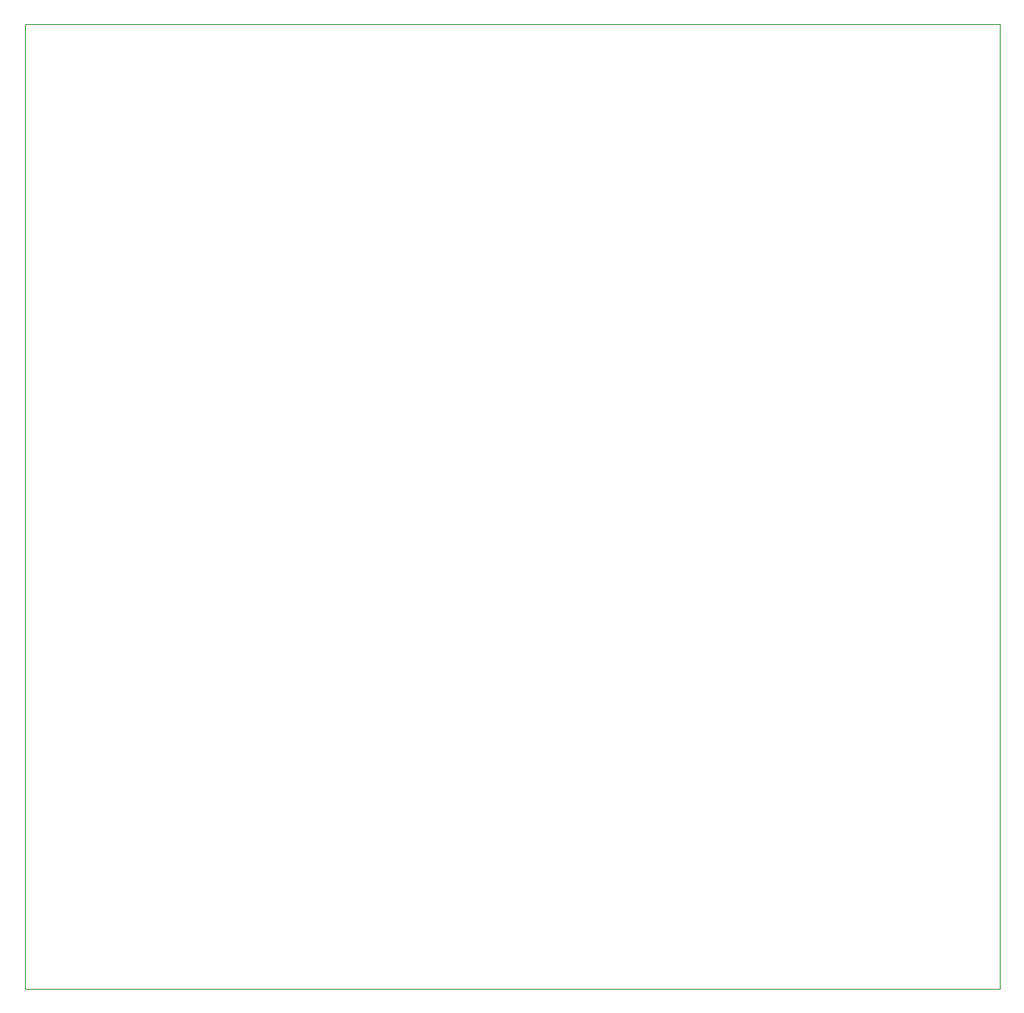
<source format=gbr>
%TF.GenerationSoftware,KiCad,Pcbnew,8.0.2-1*%
%TF.CreationDate,2024-08-05T09:17:51-04:00*%
%TF.ProjectId,io_controller,696f5f63-6f6e-4747-926f-6c6c65722e6b,rev?*%
%TF.SameCoordinates,Original*%
%TF.FileFunction,Profile,NP*%
%FSLAX46Y46*%
G04 Gerber Fmt 4.6, Leading zero omitted, Abs format (unit mm)*
G04 Created by KiCad (PCBNEW 8.0.2-1) date 2024-08-05 09:17:51*
%MOMM*%
%LPD*%
G01*
G04 APERTURE LIST*
%TA.AperFunction,Profile*%
%ADD10C,0.050000*%
%TD*%
G04 APERTURE END LIST*
D10*
X60000000Y-19500000D02*
X159000000Y-19500000D01*
X159000000Y-117500000D01*
X60000000Y-117500000D01*
X60000000Y-19500000D01*
M02*

</source>
